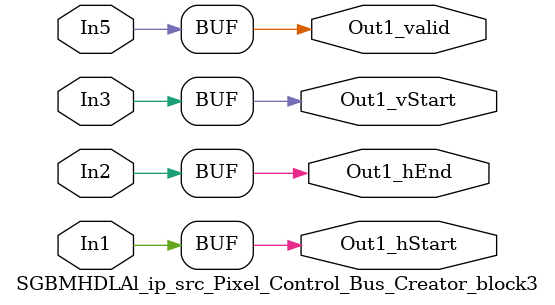
<source format=v>



`timescale 1 ns / 1 ns

module SGBMHDLAl_ip_src_Pixel_Control_Bus_Creator_block3
          (In1,
           In2,
           In3,
           In5,
           Out1_hStart,
           Out1_hEnd,
           Out1_vStart,
           Out1_valid);


  input   In1;
  input   In2;
  input   In3;
  input   In5;
  output  Out1_hStart;
  output  Out1_hEnd;
  output  Out1_vStart;
  output  Out1_valid;




  assign Out1_hStart = In1;

  assign Out1_hEnd = In2;

  assign Out1_vStart = In3;

  assign Out1_valid = In5;

endmodule  // SGBMHDLAl_ip_src_Pixel_Control_Bus_Creator_block3


</source>
